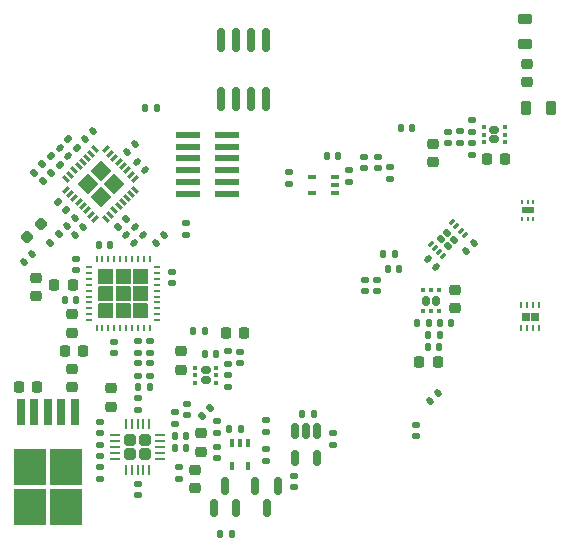
<source format=gbr>
%TF.GenerationSoftware,KiCad,Pcbnew,(6.0.4)*%
%TF.CreationDate,2023-05-30T00:17:30+09:00*%
%TF.ProjectId,RFB,5246422e-6b69-4636-9164-5f7063625858,rev?*%
%TF.SameCoordinates,Original*%
%TF.FileFunction,Paste,Bot*%
%TF.FilePolarity,Positive*%
%FSLAX46Y46*%
G04 Gerber Fmt 4.6, Leading zero omitted, Abs format (unit mm)*
G04 Created by KiCad (PCBNEW (6.0.4)) date 2023-05-30 00:17:30*
%MOMM*%
%LPD*%
G01*
G04 APERTURE LIST*
G04 Aperture macros list*
%AMRoundRect*
0 Rectangle with rounded corners*
0 $1 Rounding radius*
0 $2 $3 $4 $5 $6 $7 $8 $9 X,Y pos of 4 corners*
0 Add a 4 corners polygon primitive as box body*
4,1,4,$2,$3,$4,$5,$6,$7,$8,$9,$2,$3,0*
0 Add four circle primitives for the rounded corners*
1,1,$1+$1,$2,$3*
1,1,$1+$1,$4,$5*
1,1,$1+$1,$6,$7*
1,1,$1+$1,$8,$9*
0 Add four rect primitives between the rounded corners*
20,1,$1+$1,$2,$3,$4,$5,0*
20,1,$1+$1,$4,$5,$6,$7,0*
20,1,$1+$1,$6,$7,$8,$9,0*
20,1,$1+$1,$8,$9,$2,$3,0*%
%AMRotRect*
0 Rectangle, with rotation*
0 The origin of the aperture is its center*
0 $1 length*
0 $2 width*
0 $3 Rotation angle, in degrees counterclockwise*
0 Add horizontal line*
21,1,$1,$2,0,0,$3*%
G04 Aperture macros list end*
%ADD10RoundRect,0.140000X-0.140000X-0.170000X0.140000X-0.170000X0.140000X0.170000X-0.140000X0.170000X0*%
%ADD11RoundRect,0.135000X0.135000X0.185000X-0.135000X0.185000X-0.135000X-0.185000X0.135000X-0.185000X0*%
%ADD12R,2.000000X0.500000*%
%ADD13RoundRect,0.140000X0.140000X0.170000X-0.140000X0.170000X-0.140000X-0.170000X0.140000X-0.170000X0*%
%ADD14R,1.100000X0.600000*%
%ADD15R,0.200000X0.400000*%
%ADD16RoundRect,0.225000X0.225000X0.250000X-0.225000X0.250000X-0.225000X-0.250000X0.225000X-0.250000X0*%
%ADD17R,0.650000X0.750000*%
%ADD18R,0.250000X0.500000*%
%ADD19RoundRect,0.140000X-0.170000X0.140000X-0.170000X-0.140000X0.170000X-0.140000X0.170000X0.140000X0*%
%ADD20RoundRect,0.225000X-0.250000X0.225000X-0.250000X-0.225000X0.250000X-0.225000X0.250000X0.225000X0*%
%ADD21RoundRect,0.160000X-0.245000X-0.160000X0.245000X-0.160000X0.245000X0.160000X-0.245000X0.160000X0*%
%ADD22RoundRect,0.093750X-0.093750X-0.106250X0.093750X-0.106250X0.093750X0.106250X-0.093750X0.106250X0*%
%ADD23RoundRect,0.140000X-0.021213X0.219203X-0.219203X0.021213X0.021213X-0.219203X0.219203X-0.021213X0*%
%ADD24RotRect,1.230000X1.230000X135.000000*%
%ADD25RotRect,0.250000X0.600000X45.000000*%
%ADD26RotRect,0.250000X0.600000X135.000000*%
%ADD27RoundRect,0.135000X-0.135000X-0.185000X0.135000X-0.185000X0.135000X0.185000X-0.135000X0.185000X0*%
%ADD28RoundRect,0.135000X0.185000X-0.135000X0.185000X0.135000X-0.185000X0.135000X-0.185000X-0.135000X0*%
%ADD29RoundRect,0.147500X-0.017678X0.226274X-0.226274X0.017678X0.017678X-0.226274X0.226274X-0.017678X0*%
%ADD30RoundRect,0.135000X0.035355X-0.226274X0.226274X-0.035355X-0.035355X0.226274X-0.226274X0.035355X0*%
%ADD31RoundRect,0.135000X-0.185000X0.135000X-0.185000X-0.135000X0.185000X-0.135000X0.185000X0.135000X0*%
%ADD32RoundRect,0.218750X0.218750X0.381250X-0.218750X0.381250X-0.218750X-0.381250X0.218750X-0.381250X0*%
%ADD33RoundRect,0.160000X0.160000X-0.245000X0.160000X0.245000X-0.160000X0.245000X-0.160000X-0.245000X0*%
%ADD34RoundRect,0.093750X0.106250X-0.093750X0.106250X0.093750X-0.106250X0.093750X-0.106250X-0.093750X0*%
%ADD35RoundRect,0.140000X0.170000X-0.140000X0.170000X0.140000X-0.170000X0.140000X-0.170000X-0.140000X0*%
%ADD36RoundRect,0.140000X-0.219203X-0.021213X-0.021213X-0.219203X0.219203X0.021213X0.021213X0.219203X0*%
%ADD37RoundRect,0.225000X0.250000X-0.225000X0.250000X0.225000X-0.250000X0.225000X-0.250000X-0.225000X0*%
%ADD38RoundRect,0.218750X-0.381250X0.218750X-0.381250X-0.218750X0.381250X-0.218750X0.381250X0.218750X0*%
%ADD39RoundRect,0.140000X0.028284X-0.226274X0.226274X-0.028284X-0.028284X0.226274X-0.226274X0.028284X0*%
%ADD40RoundRect,0.087500X-0.061872X-0.185616X0.185616X0.061872X0.061872X0.185616X-0.185616X-0.061872X0*%
%ADD41RoundRect,0.150000X0.150000X-0.587500X0.150000X0.587500X-0.150000X0.587500X-0.150000X-0.587500X0*%
%ADD42RoundRect,0.160000X0.245000X0.160000X-0.245000X0.160000X-0.245000X-0.160000X0.245000X-0.160000X0*%
%ADD43RoundRect,0.093750X0.093750X0.106250X-0.093750X0.106250X-0.093750X-0.106250X0.093750X-0.106250X0*%
%ADD44RoundRect,0.250000X-0.255000X0.255000X-0.255000X-0.255000X0.255000X-0.255000X0.255000X0.255000X0*%
%ADD45RoundRect,0.062500X-0.062500X0.350000X-0.062500X-0.350000X0.062500X-0.350000X0.062500X0.350000X0*%
%ADD46RoundRect,0.062500X-0.350000X0.062500X-0.350000X-0.062500X0.350000X-0.062500X0.350000X0.062500X0*%
%ADD47R,2.750000X3.050000*%
%ADD48R,0.800000X2.200000*%
%ADD49R,0.599999X0.249999*%
%ADD50R,0.249999X0.599999*%
%ADD51RoundRect,0.218750X0.026517X-0.335876X0.335876X-0.026517X-0.026517X0.335876X-0.335876X0.026517X0*%
%ADD52RoundRect,0.225000X-0.225000X-0.250000X0.225000X-0.250000X0.225000X0.250000X-0.225000X0.250000X0*%
%ADD53RoundRect,0.140000X0.219203X0.021213X0.021213X0.219203X-0.219203X-0.021213X-0.021213X-0.219203X0*%
%ADD54R,0.400000X0.650000*%
%ADD55R,0.650000X0.400000*%
%ADD56RoundRect,0.150000X-0.150000X0.512500X-0.150000X-0.512500X0.150000X-0.512500X0.150000X0.512500X0*%
%ADD57RoundRect,0.135000X-0.035355X0.226274X-0.226274X0.035355X0.035355X-0.226274X0.226274X-0.035355X0*%
%ADD58RoundRect,0.150000X0.150000X-0.825000X0.150000X0.825000X-0.150000X0.825000X-0.150000X-0.825000X0*%
%ADD59RoundRect,0.150000X-0.150000X0.587500X-0.150000X-0.587500X0.150000X-0.587500X0.150000X0.587500X0*%
%ADD60RoundRect,0.135000X-0.226274X-0.035355X-0.035355X-0.226274X0.226274X0.035355X0.035355X0.226274X0*%
%ADD61RoundRect,0.140000X0.021213X-0.219203X0.219203X-0.021213X-0.021213X0.219203X-0.219203X0.021213X0*%
%ADD62RoundRect,0.135000X0.226274X0.035355X0.035355X0.226274X-0.226274X-0.035355X-0.035355X-0.226274X0*%
%ADD63RoundRect,0.218750X0.256250X-0.218750X0.256250X0.218750X-0.256250X0.218750X-0.256250X-0.218750X0*%
G04 APERTURE END LIST*
%TO.C,U4*%
G36*
X41852230Y-79114769D02*
G01*
X41861684Y-79117637D01*
X41870399Y-79122295D01*
X41878037Y-79128562D01*
X41884303Y-79136199D01*
X41888961Y-79144914D01*
X41891829Y-79154368D01*
X41892799Y-79164200D01*
X41892799Y-80323400D01*
X41891829Y-80333233D01*
X41888961Y-80342687D01*
X41884303Y-80351401D01*
X41878037Y-80359039D01*
X41870399Y-80365305D01*
X41861684Y-80369964D01*
X41852230Y-80372831D01*
X41842398Y-80373799D01*
X40683198Y-80373799D01*
X40673365Y-80372831D01*
X40663912Y-80369964D01*
X40655197Y-80365305D01*
X40647559Y-80359039D01*
X40641293Y-80351401D01*
X40636634Y-80342687D01*
X40633767Y-80333233D01*
X40632799Y-80323400D01*
X40632799Y-79164200D01*
X40633767Y-79154368D01*
X40636634Y-79144914D01*
X40641293Y-79136199D01*
X40647559Y-79128562D01*
X40655197Y-79122295D01*
X40663912Y-79117637D01*
X40673365Y-79114769D01*
X40683198Y-79113799D01*
X41842398Y-79113799D01*
X41852230Y-79114769D01*
G37*
G36*
X43312230Y-82034769D02*
G01*
X43321684Y-82037636D01*
X43330398Y-82042295D01*
X43338036Y-82048561D01*
X43344302Y-82056199D01*
X43348961Y-82064913D01*
X43351828Y-82074367D01*
X43352796Y-82084200D01*
X43352796Y-83243400D01*
X43351828Y-83253232D01*
X43348961Y-83262686D01*
X43344302Y-83271401D01*
X43338036Y-83279038D01*
X43330398Y-83285305D01*
X43321684Y-83289963D01*
X43312230Y-83292831D01*
X43302398Y-83293801D01*
X42143197Y-83293801D01*
X42133365Y-83292831D01*
X42123911Y-83289963D01*
X42115196Y-83285305D01*
X42107559Y-83279038D01*
X42101292Y-83271401D01*
X42096634Y-83262686D01*
X42093766Y-83253232D01*
X42092796Y-83243400D01*
X42092796Y-82084200D01*
X42093766Y-82074367D01*
X42096634Y-82064913D01*
X42101292Y-82056199D01*
X42107559Y-82048561D01*
X42115196Y-82042295D01*
X42123911Y-82037636D01*
X42133365Y-82034769D01*
X42143197Y-82033801D01*
X43302398Y-82033801D01*
X43312230Y-82034769D01*
G37*
G36*
X41852230Y-80574769D02*
G01*
X41861684Y-80577637D01*
X41870399Y-80582295D01*
X41878037Y-80588561D01*
X41884303Y-80596199D01*
X41888961Y-80604914D01*
X41891829Y-80614368D01*
X41892799Y-80624200D01*
X41892799Y-81783400D01*
X41891829Y-81793232D01*
X41888961Y-81802686D01*
X41884303Y-81811401D01*
X41878037Y-81819039D01*
X41870399Y-81825305D01*
X41861684Y-81829963D01*
X41852230Y-81832831D01*
X41842398Y-81833799D01*
X40683198Y-81833799D01*
X40673365Y-81832831D01*
X40663912Y-81829963D01*
X40655197Y-81825305D01*
X40647559Y-81819039D01*
X40641293Y-81811401D01*
X40636634Y-81802686D01*
X40633767Y-81793232D01*
X40632799Y-81783400D01*
X40632799Y-80624200D01*
X40633767Y-80614368D01*
X40636634Y-80604914D01*
X40641293Y-80596199D01*
X40647559Y-80588561D01*
X40655197Y-80582295D01*
X40663912Y-80577637D01*
X40673365Y-80574769D01*
X40683198Y-80573801D01*
X41842398Y-80573801D01*
X41852230Y-80574769D01*
G37*
G36*
X44772229Y-82034769D02*
G01*
X44781683Y-82037636D01*
X44790398Y-82042295D01*
X44798036Y-82048561D01*
X44804302Y-82056199D01*
X44808960Y-82064913D01*
X44811828Y-82074367D01*
X44812796Y-82084200D01*
X44812796Y-83243400D01*
X44811828Y-83253232D01*
X44808960Y-83262686D01*
X44804302Y-83271401D01*
X44798036Y-83279038D01*
X44790398Y-83285305D01*
X44781683Y-83289963D01*
X44772229Y-83292831D01*
X44762397Y-83293801D01*
X43603197Y-83293801D01*
X43593365Y-83292831D01*
X43583911Y-83289963D01*
X43575196Y-83285305D01*
X43567558Y-83279038D01*
X43561292Y-83271401D01*
X43556634Y-83262686D01*
X43553766Y-83253232D01*
X43552796Y-83243400D01*
X43552796Y-82084200D01*
X43553766Y-82074367D01*
X43556634Y-82064913D01*
X43561292Y-82056199D01*
X43567558Y-82048561D01*
X43575196Y-82042295D01*
X43583911Y-82037636D01*
X43593365Y-82034769D01*
X43603197Y-82033801D01*
X44762397Y-82033801D01*
X44772229Y-82034769D01*
G37*
G36*
X44772229Y-80574769D02*
G01*
X44781683Y-80577637D01*
X44790398Y-80582295D01*
X44798036Y-80588561D01*
X44804302Y-80596199D01*
X44808960Y-80604914D01*
X44811828Y-80614368D01*
X44812796Y-80624200D01*
X44812796Y-81783400D01*
X44811828Y-81793232D01*
X44808960Y-81802686D01*
X44804302Y-81811401D01*
X44798036Y-81819039D01*
X44790398Y-81825305D01*
X44781683Y-81829963D01*
X44772229Y-81832831D01*
X44762397Y-81833799D01*
X43603197Y-81833799D01*
X43593365Y-81832831D01*
X43583911Y-81829963D01*
X43575196Y-81825305D01*
X43567558Y-81819039D01*
X43561292Y-81811401D01*
X43556634Y-81802686D01*
X43553766Y-81793232D01*
X43552796Y-81783400D01*
X43552796Y-80624200D01*
X43553766Y-80614368D01*
X43556634Y-80604914D01*
X43561292Y-80596199D01*
X43567558Y-80588561D01*
X43575196Y-80582295D01*
X43583911Y-80577637D01*
X43593365Y-80574769D01*
X43603197Y-80573801D01*
X44762397Y-80573801D01*
X44772229Y-80574769D01*
G37*
G36*
X41852230Y-82034769D02*
G01*
X41861684Y-82037636D01*
X41870399Y-82042295D01*
X41878037Y-82048561D01*
X41884303Y-82056199D01*
X41888961Y-82064913D01*
X41891829Y-82074367D01*
X41892799Y-82084200D01*
X41892799Y-83243400D01*
X41891829Y-83253232D01*
X41888961Y-83262686D01*
X41884303Y-83271401D01*
X41878037Y-83279038D01*
X41870399Y-83285305D01*
X41861684Y-83289963D01*
X41852230Y-83292831D01*
X41842398Y-83293801D01*
X40683198Y-83293801D01*
X40673365Y-83292831D01*
X40663912Y-83289963D01*
X40655197Y-83285305D01*
X40647559Y-83279038D01*
X40641293Y-83271401D01*
X40636634Y-83262686D01*
X40633767Y-83253232D01*
X40632799Y-83243400D01*
X40632799Y-82084200D01*
X40633767Y-82074367D01*
X40636634Y-82064913D01*
X40641293Y-82056199D01*
X40647559Y-82048561D01*
X40655197Y-82042295D01*
X40663912Y-82037636D01*
X40673365Y-82034769D01*
X40683198Y-82033801D01*
X41842398Y-82033801D01*
X41852230Y-82034769D01*
G37*
G36*
X43312230Y-80574769D02*
G01*
X43321684Y-80577637D01*
X43330398Y-80582295D01*
X43338036Y-80588561D01*
X43344302Y-80596199D01*
X43348961Y-80604914D01*
X43351828Y-80614368D01*
X43352796Y-80624200D01*
X43352796Y-81783400D01*
X43351828Y-81793232D01*
X43348961Y-81802686D01*
X43344302Y-81811401D01*
X43338036Y-81819039D01*
X43330398Y-81825305D01*
X43321684Y-81829963D01*
X43312230Y-81832831D01*
X43302398Y-81833799D01*
X42143197Y-81833799D01*
X42133365Y-81832831D01*
X42123911Y-81829963D01*
X42115196Y-81825305D01*
X42107559Y-81819039D01*
X42101292Y-81811401D01*
X42096634Y-81802686D01*
X42093766Y-81793232D01*
X42092796Y-81783400D01*
X42092796Y-80624200D01*
X42093766Y-80614368D01*
X42096634Y-80604914D01*
X42101292Y-80596199D01*
X42107559Y-80588561D01*
X42115196Y-80582295D01*
X42123911Y-80577637D01*
X42133365Y-80574769D01*
X42143197Y-80573801D01*
X43302398Y-80573801D01*
X43312230Y-80574769D01*
G37*
G36*
X43312230Y-79114769D02*
G01*
X43321684Y-79117637D01*
X43330398Y-79122295D01*
X43338036Y-79128562D01*
X43344302Y-79136199D01*
X43348961Y-79144914D01*
X43351828Y-79154368D01*
X43352796Y-79164200D01*
X43352796Y-80323400D01*
X43351828Y-80333233D01*
X43348961Y-80342687D01*
X43344302Y-80351401D01*
X43338036Y-80359039D01*
X43330398Y-80365305D01*
X43321684Y-80369964D01*
X43312230Y-80372831D01*
X43302398Y-80373799D01*
X42143197Y-80373799D01*
X42133365Y-80372831D01*
X42123911Y-80369964D01*
X42115196Y-80365305D01*
X42107559Y-80359039D01*
X42101292Y-80351401D01*
X42096634Y-80342687D01*
X42093766Y-80333233D01*
X42092796Y-80323400D01*
X42092796Y-79164200D01*
X42093766Y-79154368D01*
X42096634Y-79144914D01*
X42101292Y-79136199D01*
X42107559Y-79128562D01*
X42115196Y-79122295D01*
X42123911Y-79117637D01*
X42133365Y-79114769D01*
X42143197Y-79113799D01*
X43302398Y-79113799D01*
X43312230Y-79114769D01*
G37*
G36*
X44772229Y-79114769D02*
G01*
X44781683Y-79117637D01*
X44790398Y-79122295D01*
X44798036Y-79128562D01*
X44804302Y-79136199D01*
X44808960Y-79144914D01*
X44811828Y-79154368D01*
X44812796Y-79164200D01*
X44812796Y-80323400D01*
X44811828Y-80333233D01*
X44808960Y-80342687D01*
X44804302Y-80351401D01*
X44798036Y-80359039D01*
X44790398Y-80365305D01*
X44781683Y-80369964D01*
X44772229Y-80372831D01*
X44762397Y-80373799D01*
X43603197Y-80373799D01*
X43593365Y-80372831D01*
X43583911Y-80369964D01*
X43575196Y-80365305D01*
X43567558Y-80359039D01*
X43561292Y-80351401D01*
X43556634Y-80342687D01*
X43553766Y-80333233D01*
X43552796Y-80323400D01*
X43552796Y-79164200D01*
X43553766Y-79154368D01*
X43556634Y-79144914D01*
X43561292Y-79136199D01*
X43567558Y-79128562D01*
X43575196Y-79122295D01*
X43583911Y-79117637D01*
X43593365Y-79114769D01*
X43603197Y-79113799D01*
X44762397Y-79113799D01*
X44772229Y-79114769D01*
G37*
%TD*%
D10*
%TO.C,C105*%
X51915000Y-101574600D03*
X50955000Y-101574600D03*
%TD*%
D11*
%TO.C,R41*%
X45569600Y-65481200D03*
X44549600Y-65481200D03*
%TD*%
D12*
%TO.C,J10*%
X51535600Y-67756400D03*
X48235600Y-67756400D03*
X51535600Y-68756400D03*
X48235600Y-68756400D03*
X51535600Y-69756400D03*
X48235600Y-69756400D03*
X51535600Y-70756400D03*
X48235600Y-70756400D03*
X51535600Y-71756400D03*
X48235600Y-71756400D03*
X51535600Y-72756400D03*
X48235600Y-72756400D03*
%TD*%
D13*
%TO.C,C78*%
X65156200Y-79146400D03*
X66116200Y-79146400D03*
%TD*%
D14*
%TO.C,U7*%
X76963000Y-74160400D03*
D15*
X76463000Y-74910400D03*
X76963000Y-74910400D03*
X77463000Y-74910400D03*
X77463000Y-73410400D03*
X76963000Y-73410400D03*
X76463000Y-73410400D03*
%TD*%
D16*
%TO.C,C141*%
X67805000Y-86969600D03*
X69355000Y-86969600D03*
%TD*%
D17*
%TO.C,IC1*%
X77592600Y-83159600D03*
X76792600Y-83159600D03*
D18*
X76442600Y-82209600D03*
X76942600Y-82209600D03*
X77442600Y-82209600D03*
X77942600Y-82209600D03*
X77942600Y-84109600D03*
X77442600Y-84109600D03*
X76942600Y-84109600D03*
X76442600Y-84109600D03*
%TD*%
D19*
%TO.C,C83*%
X48158400Y-91488200D03*
X48158400Y-90528200D03*
%TD*%
D20*
%TO.C,C102*%
X47650400Y-87643000D03*
X47650400Y-86093000D03*
%TD*%
D21*
%TO.C,IC10*%
X74152700Y-67346200D03*
X74152700Y-68146200D03*
D22*
X73265200Y-68396200D03*
X73265200Y-67746200D03*
X73265200Y-67096200D03*
X75040200Y-67096200D03*
X75040200Y-67746200D03*
X75040200Y-68396200D03*
%TD*%
D11*
%TO.C,R37*%
X43940000Y-89103200D03*
X44960000Y-89103200D03*
%TD*%
D23*
%TO.C,C69*%
X68672389Y-90280811D03*
X69351211Y-89601989D03*
%TD*%
D24*
%TO.C,U2*%
X40821616Y-70836784D03*
X40821616Y-73028816D03*
X39725600Y-71932800D03*
X41917632Y-71932800D03*
D25*
X43756109Y-72392419D03*
X43402556Y-72745973D03*
X43049002Y-73099526D03*
X42695449Y-73453080D03*
X42341896Y-73806633D03*
X41988342Y-74160186D03*
X41634789Y-74513740D03*
X41281235Y-74867293D03*
D26*
X40361997Y-74867293D03*
X40008443Y-74513740D03*
X39654890Y-74160186D03*
X39301336Y-73806633D03*
X38947783Y-73453080D03*
X38594230Y-73099526D03*
X38240676Y-72745973D03*
X37887123Y-72392419D03*
D25*
X37887123Y-71473181D03*
X38240676Y-71119627D03*
X38594230Y-70766074D03*
X38947783Y-70412520D03*
X39301336Y-70058967D03*
X39654890Y-69705414D03*
X40008443Y-69351860D03*
X40361997Y-68998307D03*
D26*
X41281235Y-68998307D03*
X41634789Y-69351860D03*
X41988342Y-69705414D03*
X42341896Y-70058967D03*
X42695449Y-70412520D03*
X43049002Y-70766074D03*
X43402556Y-71119627D03*
X43756109Y-71473181D03*
%TD*%
D27*
%TO.C,R75*%
X68618100Y-83667600D03*
X67598100Y-83667600D03*
%TD*%
D28*
%TO.C,R21*%
X54838600Y-94384400D03*
X54838600Y-95404400D03*
%TD*%
D29*
%TO.C,L5*%
X49364853Y-91579747D03*
X50050747Y-90893853D03*
%TD*%
D20*
%TO.C,C122*%
X70853300Y-82410600D03*
X70853300Y-80860600D03*
%TD*%
D11*
%TO.C,R20*%
X51661600Y-92659200D03*
X52681600Y-92659200D03*
%TD*%
%TO.C,R50*%
X48613600Y-84378800D03*
X49633600Y-84378800D03*
%TD*%
D30*
%TO.C,R4*%
X35895224Y-70251376D03*
X35173976Y-70972624D03*
%TD*%
D10*
%TO.C,C30*%
X38735000Y-81711800D03*
X37775000Y-81711800D03*
%TD*%
D13*
%TO.C,C7*%
X69537700Y-83667600D03*
X70497700Y-83667600D03*
%TD*%
D28*
%TO.C,R68*%
X51638200Y-86104000D03*
X51638200Y-87124000D03*
%TD*%
%TO.C,R35*%
X44983400Y-87120000D03*
X44983400Y-88140000D03*
%TD*%
D16*
%TO.C,C121*%
X73545400Y-69824600D03*
X75095400Y-69824600D03*
%TD*%
D10*
%TO.C,C86*%
X48054200Y-94234000D03*
X47094200Y-94234000D03*
%TD*%
D31*
%TO.C,R52*%
X61849000Y-71731600D03*
X61849000Y-70711600D03*
%TD*%
D32*
%TO.C,FB8*%
X76864700Y-65506600D03*
X78989700Y-65506600D03*
%TD*%
D28*
%TO.C,R33*%
X60477400Y-93038200D03*
X60477400Y-94058200D03*
%TD*%
D31*
%TO.C,R38*%
X43942000Y-90066400D03*
X43942000Y-91086400D03*
%TD*%
D33*
%TO.C,IC2*%
X68376900Y-81788000D03*
X69176900Y-81788000D03*
D34*
X69426900Y-82675500D03*
X68776900Y-82675500D03*
X68126900Y-82675500D03*
X68126900Y-80900500D03*
X68776900Y-80900500D03*
X69426900Y-80900500D03*
%TD*%
D35*
%TO.C,C85*%
X40767000Y-92052200D03*
X40767000Y-93012200D03*
%TD*%
%TO.C,C39*%
X63129100Y-69622000D03*
X63129100Y-70582000D03*
%TD*%
D36*
%TO.C,C27*%
X44366822Y-76218422D03*
X43688000Y-75539600D03*
%TD*%
D37*
%TO.C,C99*%
X41656000Y-89217200D03*
X41656000Y-90767200D03*
%TD*%
D38*
%TO.C,FB7*%
X76784200Y-60041300D03*
X76784200Y-57916300D03*
%TD*%
D23*
%TO.C,C8*%
X39487789Y-68132011D03*
X40166611Y-67453189D03*
%TD*%
D39*
%TO.C,U20*%
X70168199Y-76076070D03*
X70238909Y-77136730D03*
X70733884Y-76641755D03*
X69673224Y-76571045D03*
D40*
X69823484Y-78047130D03*
X69469931Y-77693577D03*
X69116377Y-77340023D03*
X68762824Y-76986470D03*
X70583624Y-75165670D03*
X70937177Y-75519223D03*
X71290731Y-75872777D03*
X71644284Y-76226330D03*
%TD*%
D23*
%TO.C,C87*%
X34306189Y-78520611D03*
X34985011Y-77841789D03*
%TD*%
D19*
%TO.C,C96*%
X43942000Y-98270000D03*
X43942000Y-97310000D03*
%TD*%
D41*
%TO.C,U10*%
X52308800Y-99387900D03*
X50408800Y-99387900D03*
X51358800Y-97512900D03*
%TD*%
D36*
%TO.C,C26*%
X43671811Y-76920411D03*
X42992989Y-76241589D03*
%TD*%
D37*
%TO.C,C104*%
X38404800Y-87566200D03*
X38404800Y-89116200D03*
%TD*%
D35*
%TO.C,C42*%
X64322900Y-69622000D03*
X64322900Y-70582000D03*
%TD*%
D13*
%TO.C,C132*%
X68547100Y-85699600D03*
X69507100Y-85699600D03*
%TD*%
D35*
%TO.C,C34*%
X72273100Y-68476400D03*
X72273100Y-69436400D03*
%TD*%
D36*
%TO.C,C3*%
X38083811Y-69579811D03*
X37404989Y-68900989D03*
%TD*%
D28*
%TO.C,R63*%
X65338900Y-70479001D03*
X65338900Y-71499001D03*
%TD*%
D19*
%TO.C,C32*%
X46863000Y-80337600D03*
X46863000Y-79377600D03*
%TD*%
D42*
%TO.C,IC8*%
X49733200Y-88512600D03*
X49733200Y-87712600D03*
D43*
X50620700Y-87462600D03*
X50620700Y-88112600D03*
X50620700Y-88762600D03*
X48845700Y-88762600D03*
X48845700Y-88112600D03*
X48845700Y-87462600D03*
%TD*%
D44*
%TO.C,U14*%
X44567000Y-93558200D03*
X43317000Y-94808200D03*
X43317000Y-93558200D03*
X44567000Y-94808200D03*
D45*
X42942000Y-92245700D03*
X43442000Y-92245700D03*
X43942000Y-92245700D03*
X44442000Y-92245700D03*
X44942000Y-92245700D03*
D46*
X45879500Y-93183200D03*
X45879500Y-93683200D03*
X45879500Y-94183200D03*
X45879500Y-94683200D03*
X45879500Y-95183200D03*
D45*
X44942000Y-96120700D03*
X44442000Y-96120700D03*
X43942000Y-96120700D03*
X43442000Y-96120700D03*
X42942000Y-96120700D03*
D46*
X42004500Y-95183200D03*
X42004500Y-94683200D03*
X42004500Y-94183200D03*
X42004500Y-93683200D03*
X42004500Y-93183200D03*
%TD*%
D10*
%TO.C,C11*%
X50619600Y-86283800D03*
X49659600Y-86283800D03*
%TD*%
D23*
%TO.C,C123*%
X71771189Y-77580811D03*
X72450011Y-76901989D03*
%TD*%
D19*
%TO.C,C116*%
X52654200Y-87068600D03*
X52654200Y-86108600D03*
%TD*%
D47*
%TO.C,U16*%
X37872400Y-99237200D03*
X34822400Y-95887200D03*
X37872400Y-95887200D03*
X34822400Y-99237200D03*
D48*
X34067400Y-91262200D03*
X35207400Y-91262200D03*
X36347400Y-91262200D03*
X37487400Y-91262200D03*
X38627400Y-91262200D03*
%TD*%
D20*
%TO.C,C88*%
X49326800Y-94577200D03*
X49326800Y-93027200D03*
%TD*%
D31*
%TO.C,R30*%
X40767000Y-96928400D03*
X40767000Y-95908400D03*
%TD*%
D49*
%TO.C,U4*%
X39822798Y-78953799D03*
X39822798Y-79453798D03*
X39822798Y-79953800D03*
X39822798Y-80453799D03*
X39822798Y-80953800D03*
X39822798Y-81453800D03*
X39822798Y-81953798D03*
X39822798Y-82453800D03*
X39822798Y-82953799D03*
X39822798Y-83453801D03*
D50*
X40472797Y-84103799D03*
X40972796Y-84103799D03*
X41472797Y-84103799D03*
X41972796Y-84103799D03*
X42472798Y-84103799D03*
X42972797Y-84103799D03*
X43472796Y-84103799D03*
X43972797Y-84103799D03*
X44472796Y-84103799D03*
X44972798Y-84103799D03*
D49*
X45622797Y-83453801D03*
X45622797Y-82953799D03*
X45622797Y-82453800D03*
X45622797Y-81953798D03*
X45622797Y-81453800D03*
X45622797Y-80953800D03*
X45622797Y-80453799D03*
X45622797Y-79953800D03*
X45622797Y-79453798D03*
X45622797Y-78953799D03*
D50*
X44972798Y-78303801D03*
X44472796Y-78303801D03*
X43972797Y-78303801D03*
X43472796Y-78303801D03*
X42972797Y-78303801D03*
X42472798Y-78303801D03*
X41972796Y-78303801D03*
X41472797Y-78303801D03*
X40972796Y-78303801D03*
X40472797Y-78303801D03*
%TD*%
D10*
%TO.C,C24*%
X41628000Y-77063600D03*
X40668000Y-77063600D03*
%TD*%
D16*
%TO.C,C98*%
X33909000Y-89077800D03*
X35459000Y-89077800D03*
%TD*%
D51*
%TO.C,FB1*%
X35735847Y-75287553D03*
X34622153Y-76401247D03*
%TD*%
D52*
%TO.C,C20*%
X39332200Y-86029800D03*
X37782200Y-86029800D03*
%TD*%
D13*
%TO.C,C43*%
X66220400Y-67208400D03*
X67180400Y-67208400D03*
%TD*%
D35*
%TO.C,C77*%
X63220600Y-80038000D03*
X63220600Y-80998000D03*
%TD*%
D53*
%TO.C,C133*%
X68527154Y-78257400D03*
X69205976Y-78936222D03*
%TD*%
D10*
%TO.C,C38*%
X60906600Y-69519800D03*
X59946600Y-69519800D03*
%TD*%
D19*
%TO.C,C103*%
X48031400Y-76222800D03*
X48031400Y-75262800D03*
%TD*%
D31*
%TO.C,R73*%
X72273100Y-67538600D03*
X72273100Y-66518600D03*
%TD*%
D11*
%TO.C,R32*%
X57833800Y-91389200D03*
X58853800Y-91389200D03*
%TD*%
D31*
%TO.C,R23*%
X47117000Y-92229400D03*
X47117000Y-91209400D03*
%TD*%
D54*
%TO.C,U9*%
X51953400Y-95768200D03*
X53253400Y-95768200D03*
X53253400Y-93868200D03*
X52603400Y-93868200D03*
X51953400Y-93868200D03*
%TD*%
D35*
%TO.C,C131*%
X70241100Y-67513800D03*
X70241100Y-68473800D03*
%TD*%
D23*
%TO.C,C4*%
X43027600Y-69240400D03*
X43706422Y-68561578D03*
%TD*%
D55*
%TO.C,U13*%
X58755200Y-71359000D03*
X58755200Y-72659000D03*
X60655200Y-72659000D03*
X60655200Y-72009000D03*
X60655200Y-71359000D03*
%TD*%
D56*
%TO.C,U15*%
X57266800Y-95142900D03*
X59166800Y-95142900D03*
X59166800Y-92867900D03*
X58216800Y-92867900D03*
X57266800Y-92867900D03*
%TD*%
D57*
%TO.C,R5*%
X42285976Y-75570024D03*
X43007224Y-74848776D03*
%TD*%
D35*
%TO.C,C28*%
X43967400Y-85245000D03*
X43967400Y-86205000D03*
%TD*%
%TO.C,C29*%
X44983400Y-85245000D03*
X44983400Y-86205000D03*
%TD*%
D27*
%TO.C,R74*%
X69532500Y-84683600D03*
X68512500Y-84683600D03*
%TD*%
D58*
%TO.C,U6*%
X54813200Y-59755000D03*
X53543200Y-59755000D03*
X52273200Y-59755000D03*
X51003200Y-59755000D03*
X51003200Y-64705000D03*
X52273200Y-64705000D03*
X53543200Y-64705000D03*
X54813200Y-64705000D03*
%TD*%
D59*
%TO.C,Q1*%
X54864000Y-99387900D03*
X55814000Y-97512900D03*
X53914000Y-97512900D03*
%TD*%
D37*
%TO.C,C81*%
X76911200Y-61759800D03*
X76911200Y-63309800D03*
%TD*%
D30*
%TO.C,R1*%
X37266824Y-76169576D03*
X36545576Y-76890824D03*
%TD*%
D60*
%TO.C,R44*%
X37901824Y-74147624D03*
X37180576Y-73426376D03*
%TD*%
D19*
%TO.C,C82*%
X50647600Y-95120400D03*
X50647600Y-94160400D03*
%TD*%
D61*
%TO.C,C1*%
X39328411Y-75530389D03*
X38649589Y-76209211D03*
%TD*%
D62*
%TO.C,R2*%
X36647176Y-69590976D03*
X37368424Y-70312224D03*
%TD*%
D28*
%TO.C,R31*%
X47472600Y-95857600D03*
X47472600Y-96877600D03*
%TD*%
D52*
%TO.C,C119*%
X52946600Y-84505800D03*
X51396600Y-84505800D03*
%TD*%
D37*
%TO.C,C5*%
X35331400Y-79895400D03*
X35331400Y-81445400D03*
%TD*%
D28*
%TO.C,R22*%
X50647600Y-92022200D03*
X50647600Y-93042200D03*
%TD*%
D31*
%TO.C,R36*%
X43967400Y-88140000D03*
X43967400Y-87120000D03*
%TD*%
D20*
%TO.C,C140*%
X68961000Y-70053800D03*
X68961000Y-68503800D03*
%TD*%
D19*
%TO.C,C97*%
X57175400Y-97584200D03*
X57175400Y-96624200D03*
%TD*%
D35*
%TO.C,C79*%
X64236600Y-80038000D03*
X64236600Y-80998000D03*
%TD*%
D30*
%TO.C,R7*%
X36631824Y-70987976D03*
X35910576Y-71709224D03*
%TD*%
D31*
%TO.C,R72*%
X71257100Y-68476400D03*
X71257100Y-67456400D03*
%TD*%
D61*
%TO.C,C90*%
X38617211Y-74819189D03*
X37938389Y-75498011D03*
%TD*%
D63*
%TO.C,FB2*%
X48793400Y-96113500D03*
X48793400Y-97688500D03*
%TD*%
D28*
%TO.C,R51*%
X56743600Y-70914800D03*
X56743600Y-71934800D03*
%TD*%
D10*
%TO.C,C84*%
X48054200Y-93218000D03*
X47094200Y-93218000D03*
%TD*%
D37*
%TO.C,C25*%
X38379400Y-82968800D03*
X38379400Y-84518800D03*
%TD*%
D31*
%TO.C,R34*%
X54838600Y-92940600D03*
X54838600Y-91920600D03*
%TD*%
D23*
%TO.C,C22*%
X45507589Y-76895011D03*
X46186411Y-76216189D03*
%TD*%
D19*
%TO.C,C23*%
X38709600Y-79197200D03*
X38709600Y-78237200D03*
%TD*%
D52*
%TO.C,C19*%
X38455600Y-80441800D03*
X36905600Y-80441800D03*
%TD*%
D60*
%TO.C,R3*%
X38816224Y-68864424D03*
X38094976Y-68143176D03*
%TD*%
D53*
%TO.C,C9*%
X43916600Y-70078600D03*
X44595422Y-70757422D03*
%TD*%
D35*
%TO.C,C21*%
X41960800Y-85295800D03*
X41960800Y-86255800D03*
%TD*%
%TO.C,C70*%
X67487800Y-92306200D03*
X67487800Y-93266200D03*
%TD*%
%TO.C,C89*%
X40767000Y-93982600D03*
X40767000Y-94942600D03*
%TD*%
D28*
%TO.C,R69*%
X51638200Y-88059800D03*
X51638200Y-89079800D03*
%TD*%
D13*
%TO.C,C49*%
X64747200Y-77825600D03*
X65707200Y-77825600D03*
%TD*%
M02*

</source>
